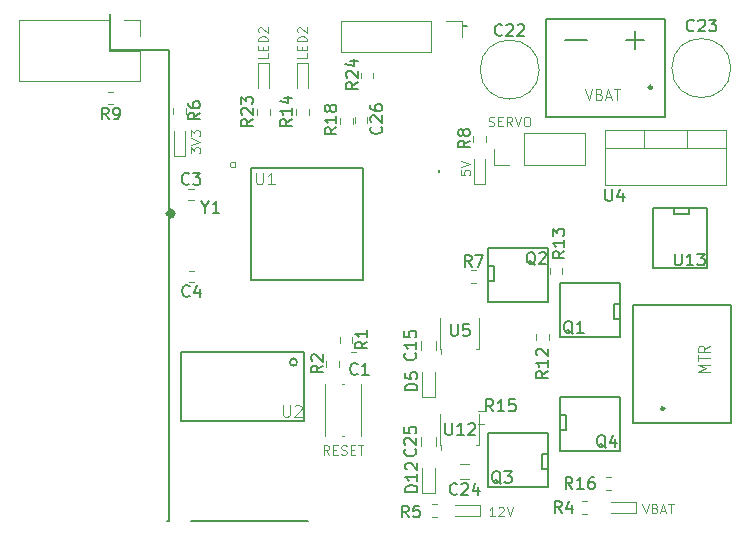
<source format=gto>
G04 #@! TF.FileFunction,Legend,Top*
%FSLAX46Y46*%
G04 Gerber Fmt 4.6, Leading zero omitted, Abs format (unit mm)*
G04 Created by KiCad (PCBNEW 4.0.7) date 06/27/18 11:47:53*
%MOMM*%
%LPD*%
G01*
G04 APERTURE LIST*
%ADD10C,0.100000*%
%ADD11C,0.200000*%
%ADD12C,0.120000*%
%ADD13C,0.203200*%
%ADD14C,0.070000*%
%ADD15C,0.150000*%
%ADD16C,0.152400*%
%ADD17C,0.500000*%
%ADD18C,0.127000*%
%ADD19C,0.280000*%
%ADD20C,0.050000*%
G04 APERTURE END LIST*
D10*
D11*
X130175000Y-76073000D02*
X130048000Y-76073000D01*
X130429000Y-76073000D02*
X130175000Y-76073000D01*
X105156000Y-117983000D02*
X105029000Y-117983000D01*
X105156000Y-78105000D02*
X105156000Y-117983000D01*
X100203000Y-78105000D02*
X105156000Y-78105000D01*
X100203000Y-75057000D02*
X100203000Y-78105000D01*
X138684000Y-77216000D02*
X140589000Y-77216000D01*
X144653000Y-77216000D02*
X143891000Y-77216000D01*
X144653000Y-77216000D02*
X145415000Y-77216000D01*
X144653000Y-76454000D02*
X144653000Y-77978000D01*
D10*
X107003905Y-86842476D02*
X107003905Y-86347238D01*
X107308667Y-86613905D01*
X107308667Y-86499619D01*
X107346762Y-86423429D01*
X107384857Y-86385333D01*
X107461048Y-86347238D01*
X107651524Y-86347238D01*
X107727714Y-86385333D01*
X107765810Y-86423429D01*
X107803905Y-86499619D01*
X107803905Y-86728191D01*
X107765810Y-86804381D01*
X107727714Y-86842476D01*
X107003905Y-86118667D02*
X107803905Y-85852000D01*
X107003905Y-85585333D01*
X107003905Y-85394857D02*
X107003905Y-84899619D01*
X107308667Y-85166286D01*
X107308667Y-85052000D01*
X107346762Y-84975810D01*
X107384857Y-84937714D01*
X107461048Y-84899619D01*
X107651524Y-84899619D01*
X107727714Y-84937714D01*
X107765810Y-84975810D01*
X107803905Y-85052000D01*
X107803905Y-85280572D01*
X107765810Y-85356762D01*
X107727714Y-85394857D01*
X145243714Y-116528905D02*
X145510381Y-117328905D01*
X145777048Y-116528905D01*
X146310381Y-116909857D02*
X146424667Y-116947952D01*
X146462762Y-116986048D01*
X146500857Y-117062238D01*
X146500857Y-117176524D01*
X146462762Y-117252714D01*
X146424667Y-117290810D01*
X146348476Y-117328905D01*
X146043714Y-117328905D01*
X146043714Y-116528905D01*
X146310381Y-116528905D01*
X146386571Y-116567000D01*
X146424667Y-116605095D01*
X146462762Y-116681286D01*
X146462762Y-116757476D01*
X146424667Y-116833667D01*
X146386571Y-116871762D01*
X146310381Y-116909857D01*
X146043714Y-116909857D01*
X146805619Y-117100333D02*
X147186571Y-117100333D01*
X146729428Y-117328905D02*
X146996095Y-116528905D01*
X147262762Y-117328905D01*
X147415142Y-116528905D02*
X147872285Y-116528905D01*
X147643714Y-117328905D02*
X147643714Y-116528905D01*
X132232619Y-84524810D02*
X132346905Y-84562905D01*
X132537381Y-84562905D01*
X132613571Y-84524810D01*
X132651667Y-84486714D01*
X132689762Y-84410524D01*
X132689762Y-84334333D01*
X132651667Y-84258143D01*
X132613571Y-84220048D01*
X132537381Y-84181952D01*
X132385000Y-84143857D01*
X132308809Y-84105762D01*
X132270714Y-84067667D01*
X132232619Y-83991476D01*
X132232619Y-83915286D01*
X132270714Y-83839095D01*
X132308809Y-83801000D01*
X132385000Y-83762905D01*
X132575476Y-83762905D01*
X132689762Y-83801000D01*
X133032619Y-84143857D02*
X133299286Y-84143857D01*
X133413572Y-84562905D02*
X133032619Y-84562905D01*
X133032619Y-83762905D01*
X133413572Y-83762905D01*
X134213572Y-84562905D02*
X133946905Y-84181952D01*
X133756429Y-84562905D02*
X133756429Y-83762905D01*
X134061191Y-83762905D01*
X134137382Y-83801000D01*
X134175477Y-83839095D01*
X134213572Y-83915286D01*
X134213572Y-84029571D01*
X134175477Y-84105762D01*
X134137382Y-84143857D01*
X134061191Y-84181952D01*
X133756429Y-84181952D01*
X134442143Y-83762905D02*
X134708810Y-84562905D01*
X134975477Y-83762905D01*
X135394524Y-83762905D02*
X135546905Y-83762905D01*
X135623096Y-83801000D01*
X135699286Y-83877190D01*
X135737381Y-84029571D01*
X135737381Y-84296238D01*
X135699286Y-84448619D01*
X135623096Y-84524810D01*
X135546905Y-84562905D01*
X135394524Y-84562905D01*
X135318334Y-84524810D01*
X135242143Y-84448619D01*
X135204048Y-84296238D01*
X135204048Y-84029571D01*
X135242143Y-83877190D01*
X135318334Y-83801000D01*
X135394524Y-83762905D01*
X129863905Y-88290380D02*
X129863905Y-88671333D01*
X130244857Y-88709428D01*
X130206762Y-88671333D01*
X130168667Y-88595142D01*
X130168667Y-88404666D01*
X130206762Y-88328476D01*
X130244857Y-88290380D01*
X130321048Y-88252285D01*
X130511524Y-88252285D01*
X130587714Y-88290380D01*
X130625810Y-88328476D01*
X130663905Y-88404666D01*
X130663905Y-88595142D01*
X130625810Y-88671333D01*
X130587714Y-88709428D01*
X129863905Y-88023714D02*
X130663905Y-87757047D01*
X129863905Y-87490380D01*
X116820905Y-78365238D02*
X116820905Y-78746191D01*
X116020905Y-78746191D01*
X116401857Y-78098572D02*
X116401857Y-77831905D01*
X116820905Y-77717619D02*
X116820905Y-78098572D01*
X116020905Y-78098572D01*
X116020905Y-77717619D01*
X116820905Y-77374762D02*
X116020905Y-77374762D01*
X116020905Y-77184286D01*
X116059000Y-77070000D01*
X116135190Y-76993809D01*
X116211381Y-76955714D01*
X116363762Y-76917619D01*
X116478048Y-76917619D01*
X116630429Y-76955714D01*
X116706619Y-76993809D01*
X116782810Y-77070000D01*
X116820905Y-77184286D01*
X116820905Y-77374762D01*
X116097095Y-76612857D02*
X116059000Y-76574762D01*
X116020905Y-76498571D01*
X116020905Y-76308095D01*
X116059000Y-76231905D01*
X116097095Y-76193809D01*
X116173286Y-76155714D01*
X116249476Y-76155714D01*
X116363762Y-76193809D01*
X116820905Y-76650952D01*
X116820905Y-76155714D01*
X113518905Y-78365238D02*
X113518905Y-78746191D01*
X112718905Y-78746191D01*
X113099857Y-78098572D02*
X113099857Y-77831905D01*
X113518905Y-77717619D02*
X113518905Y-78098572D01*
X112718905Y-78098572D01*
X112718905Y-77717619D01*
X113518905Y-77374762D02*
X112718905Y-77374762D01*
X112718905Y-77184286D01*
X112757000Y-77070000D01*
X112833190Y-76993809D01*
X112909381Y-76955714D01*
X113061762Y-76917619D01*
X113176048Y-76917619D01*
X113328429Y-76955714D01*
X113404619Y-76993809D01*
X113480810Y-77070000D01*
X113518905Y-77184286D01*
X113518905Y-77374762D01*
X112795095Y-76612857D02*
X112757000Y-76574762D01*
X112718905Y-76498571D01*
X112718905Y-76308095D01*
X112757000Y-76231905D01*
X112795095Y-76193809D01*
X112871286Y-76155714D01*
X112947476Y-76155714D01*
X113061762Y-76193809D01*
X113518905Y-76650952D01*
X113518905Y-76155714D01*
X118726095Y-112375905D02*
X118459428Y-111994952D01*
X118268952Y-112375905D02*
X118268952Y-111575905D01*
X118573714Y-111575905D01*
X118649905Y-111614000D01*
X118688000Y-111652095D01*
X118726095Y-111728286D01*
X118726095Y-111842571D01*
X118688000Y-111918762D01*
X118649905Y-111956857D01*
X118573714Y-111994952D01*
X118268952Y-111994952D01*
X119068952Y-111956857D02*
X119335619Y-111956857D01*
X119449905Y-112375905D02*
X119068952Y-112375905D01*
X119068952Y-111575905D01*
X119449905Y-111575905D01*
X119754667Y-112337810D02*
X119868953Y-112375905D01*
X120059429Y-112375905D01*
X120135619Y-112337810D01*
X120173715Y-112299714D01*
X120211810Y-112223524D01*
X120211810Y-112147333D01*
X120173715Y-112071143D01*
X120135619Y-112033048D01*
X120059429Y-111994952D01*
X119907048Y-111956857D01*
X119830857Y-111918762D01*
X119792762Y-111880667D01*
X119754667Y-111804476D01*
X119754667Y-111728286D01*
X119792762Y-111652095D01*
X119830857Y-111614000D01*
X119907048Y-111575905D01*
X120097524Y-111575905D01*
X120211810Y-111614000D01*
X120554667Y-111956857D02*
X120821334Y-111956857D01*
X120935620Y-112375905D02*
X120554667Y-112375905D01*
X120554667Y-111575905D01*
X120935620Y-111575905D01*
X121164191Y-111575905D02*
X121621334Y-111575905D01*
X121392763Y-112375905D02*
X121392763Y-111575905D01*
X132753162Y-117582905D02*
X132296019Y-117582905D01*
X132524590Y-117582905D02*
X132524590Y-116782905D01*
X132448400Y-116897190D01*
X132372209Y-116973381D01*
X132296019Y-117011476D01*
X133057924Y-116859095D02*
X133096019Y-116821000D01*
X133172210Y-116782905D01*
X133362686Y-116782905D01*
X133438876Y-116821000D01*
X133476972Y-116859095D01*
X133515067Y-116935286D01*
X133515067Y-117011476D01*
X133476972Y-117125762D01*
X133019829Y-117582905D01*
X133515067Y-117582905D01*
X133743638Y-116782905D02*
X134010305Y-117582905D01*
X134276972Y-116782905D01*
D11*
X128016000Y-88392000D02*
X128016000Y-88265000D01*
D12*
X127727000Y-110902000D02*
X127727000Y-111602000D01*
X126527000Y-111602000D02*
X126527000Y-110902000D01*
D13*
X121550000Y-88117000D02*
X121550000Y-97547000D01*
X121550000Y-97547000D02*
X112130000Y-97547000D01*
X112130000Y-97547000D02*
X112130000Y-88117000D01*
X112130000Y-88117000D02*
X121550000Y-88117000D01*
D10*
X110844000Y-87837000D02*
G75*
G03X110844000Y-87837000I-254000J0D01*
G01*
D12*
X142073000Y-84883000D02*
X152313000Y-84883000D01*
X142073000Y-89524000D02*
X152313000Y-89524000D01*
X142073000Y-84883000D02*
X142073000Y-89524000D01*
X152313000Y-84883000D02*
X152313000Y-89524000D01*
X142073000Y-86393000D02*
X152313000Y-86393000D01*
X145343000Y-84883000D02*
X145343000Y-86393000D01*
X149044000Y-84883000D02*
X149044000Y-86393000D01*
D14*
X152725000Y-79629000D02*
G75*
G03X152725000Y-79629000I-2500000J0D01*
G01*
D15*
X137287000Y-115062000D02*
X132207000Y-115062000D01*
X132207000Y-115062000D02*
X132207000Y-110490000D01*
X132207000Y-110490000D02*
X137287000Y-110490000D01*
X137287000Y-110490000D02*
X137287000Y-115062000D01*
X137287000Y-113538000D02*
X136779000Y-113538000D01*
X136779000Y-113538000D02*
X136779000Y-112268000D01*
X136779000Y-112268000D02*
X137287000Y-112268000D01*
D12*
X131375000Y-103408000D02*
X131175000Y-103408000D01*
X128186000Y-103408000D02*
X128186000Y-103808000D01*
X128086000Y-103408000D02*
X128186000Y-103408000D01*
X128086000Y-100808000D02*
X128086000Y-103408000D01*
X131375000Y-103408000D02*
X131375000Y-100808000D01*
X121027000Y-103670000D02*
X120527000Y-103670000D01*
X120527000Y-104610000D02*
X121027000Y-104610000D01*
X107260200Y-89852400D02*
X106760200Y-89852400D01*
X106760200Y-90792400D02*
X107260200Y-90792400D01*
X107311000Y-96812000D02*
X106811000Y-96812000D01*
X106811000Y-97752000D02*
X107311000Y-97752000D01*
X127727000Y-102774000D02*
X127727000Y-103474000D01*
X126527000Y-103474000D02*
X126527000Y-102774000D01*
D14*
X136501000Y-79756000D02*
G75*
G03X136501000Y-79756000I-2500000J0D01*
G01*
D12*
X130525000Y-114392000D02*
X129825000Y-114392000D01*
X129825000Y-113192000D02*
X130525000Y-113192000D01*
X120942000Y-83760500D02*
X120942000Y-84260500D01*
X121882000Y-84260500D02*
X121882000Y-83760500D01*
X144683000Y-117340000D02*
X144683000Y-116340000D01*
X144683000Y-116340000D02*
X142583000Y-116340000D01*
X144683000Y-117340000D02*
X142583000Y-117340000D01*
X131475000Y-117594000D02*
X131475000Y-116594000D01*
X131475000Y-116594000D02*
X129375000Y-116594000D01*
X131475000Y-117594000D02*
X129375000Y-117594000D01*
X105545000Y-87075800D02*
X106545000Y-87075800D01*
X106545000Y-87075800D02*
X106545000Y-84975800D01*
X105545000Y-87075800D02*
X105545000Y-84975800D01*
X130945000Y-89438000D02*
X131945000Y-89438000D01*
X131945000Y-89438000D02*
X131945000Y-87338000D01*
X130945000Y-89438000D02*
X130945000Y-87338000D01*
X126557000Y-107472000D02*
X127697000Y-107472000D01*
X127697000Y-107472000D02*
X127697000Y-105372000D01*
X126557000Y-107472000D02*
X126557000Y-105372000D01*
X126557000Y-115600000D02*
X127697000Y-115600000D01*
X127697000Y-115600000D02*
X127697000Y-113500000D01*
X126557000Y-115600000D02*
X126557000Y-113500000D01*
D15*
X116890800Y-117944900D02*
X106984800Y-117944900D01*
X143383000Y-102362000D02*
X138303000Y-102362000D01*
X138303000Y-102362000D02*
X138303000Y-97790000D01*
X138303000Y-97790000D02*
X143383000Y-97790000D01*
X143383000Y-97790000D02*
X143383000Y-102362000D01*
X143383000Y-100838000D02*
X142875000Y-100838000D01*
X142875000Y-100838000D02*
X142875000Y-99568000D01*
X142875000Y-99568000D02*
X143383000Y-99568000D01*
X132207000Y-94869000D02*
X137287000Y-94869000D01*
X137287000Y-94869000D02*
X137287000Y-99441000D01*
X137287000Y-99441000D02*
X132207000Y-99441000D01*
X132207000Y-99441000D02*
X132207000Y-94869000D01*
X132207000Y-96393000D02*
X132715000Y-96393000D01*
X132715000Y-96393000D02*
X132715000Y-97663000D01*
X132715000Y-97663000D02*
X132207000Y-97663000D01*
X138303000Y-107442000D02*
X143383000Y-107442000D01*
X143383000Y-107442000D02*
X143383000Y-112014000D01*
X143383000Y-112014000D02*
X138303000Y-112014000D01*
X138303000Y-112014000D02*
X138303000Y-107442000D01*
X138303000Y-108966000D02*
X138811000Y-108966000D01*
X138811000Y-108966000D02*
X138811000Y-110236000D01*
X138811000Y-110236000D02*
X138303000Y-110236000D01*
D12*
X120672000Y-102866000D02*
X120672000Y-102366000D01*
X119612000Y-102366000D02*
X119612000Y-102866000D01*
X119529000Y-104898000D02*
X119529000Y-104398000D01*
X118469000Y-104398000D02*
X118469000Y-104898000D01*
X140585000Y-116310000D02*
X140085000Y-116310000D01*
X140085000Y-117370000D02*
X140585000Y-117370000D01*
X127885000Y-116564000D02*
X127385000Y-116564000D01*
X127385000Y-117624000D02*
X127885000Y-117624000D01*
X106575000Y-83485800D02*
X106575000Y-82985800D01*
X105515000Y-82985800D02*
X105515000Y-83485800D01*
X130687000Y-97812000D02*
X131187000Y-97812000D01*
X131187000Y-96752000D02*
X130687000Y-96752000D01*
X131975000Y-85848000D02*
X131975000Y-85348000D01*
X130915000Y-85348000D02*
X130915000Y-85848000D01*
X137309000Y-102612000D02*
X137309000Y-102112000D01*
X136249000Y-102112000D02*
X136249000Y-102612000D01*
X138452000Y-97024000D02*
X138452000Y-96524000D01*
X137392000Y-96524000D02*
X137392000Y-97024000D01*
X131822000Y-108690000D02*
X131322000Y-108690000D01*
X131322000Y-109750000D02*
X131822000Y-109750000D01*
X142617000Y-114278000D02*
X142117000Y-114278000D01*
X142117000Y-115338000D02*
X142617000Y-115338000D01*
X119675500Y-83887500D02*
X119675500Y-84387500D01*
X120735500Y-84387500D02*
X120735500Y-83887500D01*
X119938000Y-106385000D02*
X119838000Y-106385000D01*
X121438000Y-110785000D02*
X121438000Y-106385000D01*
X118338000Y-106385000D02*
X118338000Y-110785000D01*
X119938000Y-110785000D02*
X119838000Y-110785000D01*
D16*
X116579000Y-109478000D02*
X106179000Y-109478000D01*
X106179000Y-109478000D02*
X106179000Y-103628000D01*
X106179000Y-103628000D02*
X116579000Y-103628000D01*
X116579000Y-103628000D02*
X116579000Y-109478000D01*
X116001800Y-104521000D02*
G75*
G03X116001800Y-104521000I-304800J0D01*
G01*
D12*
X131375000Y-111536000D02*
X131175000Y-111536000D01*
X128186000Y-111536000D02*
X128186000Y-111936000D01*
X128086000Y-111536000D02*
X128186000Y-111536000D01*
X128086000Y-108936000D02*
X128086000Y-111536000D01*
X131375000Y-111536000D02*
X131375000Y-108936000D01*
D15*
X150749000Y-91440000D02*
X150749000Y-96520000D01*
X150749000Y-96520000D02*
X146177000Y-96520000D01*
X146177000Y-96520000D02*
X146177000Y-91440000D01*
X146177000Y-91440000D02*
X150749000Y-91440000D01*
X149225000Y-91440000D02*
X149225000Y-91948000D01*
X149225000Y-91948000D02*
X147955000Y-91948000D01*
X147955000Y-91948000D02*
X147955000Y-91440000D01*
D17*
X105462605Y-91948000D02*
G75*
G03X105462605Y-91948000I-179605J0D01*
G01*
D12*
X119701000Y-75632000D02*
X119701000Y-78292000D01*
X127381000Y-75632000D02*
X119701000Y-75632000D01*
X127381000Y-78292000D02*
X119701000Y-78292000D01*
X127381000Y-75632000D02*
X127381000Y-78292000D01*
X128651000Y-75632000D02*
X129981000Y-75632000D01*
X129981000Y-75632000D02*
X129981000Y-76962000D01*
D18*
X147113000Y-83756000D02*
X137113000Y-83756000D01*
X137113000Y-83756000D02*
X137113000Y-75456000D01*
X137113000Y-75456000D02*
X147113000Y-75456000D01*
X147113000Y-75456000D02*
X147113000Y-83756000D01*
D19*
X146053000Y-81256000D02*
G75*
G03X146053000Y-81256000I-140000J0D01*
G01*
D18*
X144463000Y-109648000D02*
X144463000Y-99648000D01*
X144463000Y-99648000D02*
X152763000Y-99648000D01*
X152763000Y-99648000D02*
X152763000Y-109648000D01*
X152763000Y-109648000D02*
X144463000Y-109648000D01*
D19*
X147103000Y-108448000D02*
G75*
G03X147103000Y-108448000I-140000J0D01*
G01*
D12*
X140395000Y-87817000D02*
X140395000Y-85157000D01*
X135255000Y-87817000D02*
X140395000Y-87817000D01*
X135255000Y-85157000D02*
X140395000Y-85157000D01*
X135255000Y-87817000D02*
X135255000Y-85157000D01*
X133985000Y-87817000D02*
X132655000Y-87817000D01*
X132655000Y-87817000D02*
X132655000Y-86487000D01*
X99953000Y-82699000D02*
X100453000Y-82699000D01*
X100453000Y-81639000D02*
X99953000Y-81639000D01*
X92421400Y-75555800D02*
X92421400Y-80755800D01*
X100101400Y-75555800D02*
X92421400Y-75555800D01*
X102701400Y-80755800D02*
X92421400Y-80755800D01*
X100101400Y-75555800D02*
X100101400Y-78155800D01*
X100101400Y-78155800D02*
X102701400Y-78155800D01*
X102701400Y-78155800D02*
X102701400Y-80755800D01*
X101371400Y-75555800D02*
X102701400Y-75555800D01*
X102701400Y-75555800D02*
X102701400Y-76885800D01*
X116959000Y-79218000D02*
X115959000Y-79218000D01*
X115959000Y-79218000D02*
X115959000Y-81318000D01*
X116959000Y-79218000D02*
X116959000Y-81318000D01*
X113657000Y-79218000D02*
X112657000Y-79218000D01*
X112657000Y-79218000D02*
X112657000Y-81318000D01*
X113657000Y-79218000D02*
X113657000Y-81318000D01*
X115929000Y-83062000D02*
X115929000Y-83562000D01*
X116989000Y-83562000D02*
X116989000Y-83062000D01*
X112627000Y-83062000D02*
X112627000Y-83562000D01*
X113687000Y-83562000D02*
X113687000Y-83062000D01*
X122434760Y-80503840D02*
X122434760Y-80003840D01*
X121374760Y-80003840D02*
X121374760Y-80503840D01*
D15*
X125984143Y-111894857D02*
X126031762Y-111942476D01*
X126079381Y-112085333D01*
X126079381Y-112180571D01*
X126031762Y-112323429D01*
X125936524Y-112418667D01*
X125841286Y-112466286D01*
X125650810Y-112513905D01*
X125507952Y-112513905D01*
X125317476Y-112466286D01*
X125222238Y-112418667D01*
X125127000Y-112323429D01*
X125079381Y-112180571D01*
X125079381Y-112085333D01*
X125127000Y-111942476D01*
X125174619Y-111894857D01*
X125174619Y-111513905D02*
X125127000Y-111466286D01*
X125079381Y-111371048D01*
X125079381Y-111132952D01*
X125127000Y-111037714D01*
X125174619Y-110990095D01*
X125269857Y-110942476D01*
X125365095Y-110942476D01*
X125507952Y-110990095D01*
X126079381Y-111561524D01*
X126079381Y-110942476D01*
X125079381Y-110037714D02*
X125079381Y-110513905D01*
X125555571Y-110561524D01*
X125507952Y-110513905D01*
X125460333Y-110418667D01*
X125460333Y-110180571D01*
X125507952Y-110085333D01*
X125555571Y-110037714D01*
X125650810Y-109990095D01*
X125888905Y-109990095D01*
X125984143Y-110037714D01*
X126031762Y-110085333D01*
X126079381Y-110180571D01*
X126079381Y-110418667D01*
X126031762Y-110513905D01*
X125984143Y-110561524D01*
D20*
X112522080Y-88479370D02*
X112522080Y-89288910D01*
X112569700Y-89384150D01*
X112617320Y-89431770D01*
X112712560Y-89479390D01*
X112903040Y-89479390D01*
X112998280Y-89431770D01*
X113045900Y-89384150D01*
X113093520Y-89288910D01*
X113093520Y-88479370D01*
X114093540Y-89479390D02*
X113522100Y-89479390D01*
X113807820Y-89479390D02*
X113807820Y-88479370D01*
X113712580Y-88622230D01*
X113617340Y-88717470D01*
X113522100Y-88765090D01*
D15*
X142113095Y-89876381D02*
X142113095Y-90685905D01*
X142160714Y-90781143D01*
X142208333Y-90828762D01*
X142303571Y-90876381D01*
X142494048Y-90876381D01*
X142589286Y-90828762D01*
X142636905Y-90781143D01*
X142684524Y-90685905D01*
X142684524Y-89876381D01*
X143589286Y-90209714D02*
X143589286Y-90876381D01*
X143351190Y-89828762D02*
X143113095Y-90543048D01*
X143732143Y-90543048D01*
X149598143Y-76430143D02*
X149550524Y-76477762D01*
X149407667Y-76525381D01*
X149312429Y-76525381D01*
X149169571Y-76477762D01*
X149074333Y-76382524D01*
X149026714Y-76287286D01*
X148979095Y-76096810D01*
X148979095Y-75953952D01*
X149026714Y-75763476D01*
X149074333Y-75668238D01*
X149169571Y-75573000D01*
X149312429Y-75525381D01*
X149407667Y-75525381D01*
X149550524Y-75573000D01*
X149598143Y-75620619D01*
X149979095Y-75620619D02*
X150026714Y-75573000D01*
X150121952Y-75525381D01*
X150360048Y-75525381D01*
X150455286Y-75573000D01*
X150502905Y-75620619D01*
X150550524Y-75715857D01*
X150550524Y-75811095D01*
X150502905Y-75953952D01*
X149931476Y-76525381D01*
X150550524Y-76525381D01*
X150883857Y-75525381D02*
X151502905Y-75525381D01*
X151169571Y-75906333D01*
X151312429Y-75906333D01*
X151407667Y-75953952D01*
X151455286Y-76001571D01*
X151502905Y-76096810D01*
X151502905Y-76334905D01*
X151455286Y-76430143D01*
X151407667Y-76477762D01*
X151312429Y-76525381D01*
X151026714Y-76525381D01*
X150931476Y-76477762D01*
X150883857Y-76430143D01*
X133254762Y-114847619D02*
X133159524Y-114800000D01*
X133064286Y-114704762D01*
X132921429Y-114561905D01*
X132826190Y-114514286D01*
X132730952Y-114514286D01*
X132778571Y-114752381D02*
X132683333Y-114704762D01*
X132588095Y-114609524D01*
X132540476Y-114419048D01*
X132540476Y-114085714D01*
X132588095Y-113895238D01*
X132683333Y-113800000D01*
X132778571Y-113752381D01*
X132969048Y-113752381D01*
X133064286Y-113800000D01*
X133159524Y-113895238D01*
X133207143Y-114085714D01*
X133207143Y-114419048D01*
X133159524Y-114609524D01*
X133064286Y-114704762D01*
X132969048Y-114752381D01*
X132778571Y-114752381D01*
X133540476Y-113752381D02*
X134159524Y-113752381D01*
X133826190Y-114133333D01*
X133969048Y-114133333D01*
X134064286Y-114180952D01*
X134111905Y-114228571D01*
X134159524Y-114323810D01*
X134159524Y-114561905D01*
X134111905Y-114657143D01*
X134064286Y-114704762D01*
X133969048Y-114752381D01*
X133683333Y-114752381D01*
X133588095Y-114704762D01*
X133540476Y-114657143D01*
X129032095Y-101306381D02*
X129032095Y-102115905D01*
X129079714Y-102211143D01*
X129127333Y-102258762D01*
X129222571Y-102306381D01*
X129413048Y-102306381D01*
X129508286Y-102258762D01*
X129555905Y-102211143D01*
X129603524Y-102115905D01*
X129603524Y-101306381D01*
X130555905Y-101306381D02*
X130079714Y-101306381D01*
X130032095Y-101782571D01*
X130079714Y-101734952D01*
X130174952Y-101687333D01*
X130413048Y-101687333D01*
X130508286Y-101734952D01*
X130555905Y-101782571D01*
X130603524Y-101877810D01*
X130603524Y-102115905D01*
X130555905Y-102211143D01*
X130508286Y-102258762D01*
X130413048Y-102306381D01*
X130174952Y-102306381D01*
X130079714Y-102258762D01*
X130032095Y-102211143D01*
X121118334Y-105513143D02*
X121070715Y-105560762D01*
X120927858Y-105608381D01*
X120832620Y-105608381D01*
X120689762Y-105560762D01*
X120594524Y-105465524D01*
X120546905Y-105370286D01*
X120499286Y-105179810D01*
X120499286Y-105036952D01*
X120546905Y-104846476D01*
X120594524Y-104751238D01*
X120689762Y-104656000D01*
X120832620Y-104608381D01*
X120927858Y-104608381D01*
X121070715Y-104656000D01*
X121118334Y-104703619D01*
X122070715Y-105608381D02*
X121499286Y-105608381D01*
X121785000Y-105608381D02*
X121785000Y-104608381D01*
X121689762Y-104751238D01*
X121594524Y-104846476D01*
X121499286Y-104894095D01*
X106843534Y-89409543D02*
X106795915Y-89457162D01*
X106653058Y-89504781D01*
X106557820Y-89504781D01*
X106414962Y-89457162D01*
X106319724Y-89361924D01*
X106272105Y-89266686D01*
X106224486Y-89076210D01*
X106224486Y-88933352D01*
X106272105Y-88742876D01*
X106319724Y-88647638D01*
X106414962Y-88552400D01*
X106557820Y-88504781D01*
X106653058Y-88504781D01*
X106795915Y-88552400D01*
X106843534Y-88600019D01*
X107176867Y-88504781D02*
X107795915Y-88504781D01*
X107462581Y-88885733D01*
X107605439Y-88885733D01*
X107700677Y-88933352D01*
X107748296Y-88980971D01*
X107795915Y-89076210D01*
X107795915Y-89314305D01*
X107748296Y-89409543D01*
X107700677Y-89457162D01*
X107605439Y-89504781D01*
X107319724Y-89504781D01*
X107224486Y-89457162D01*
X107176867Y-89409543D01*
X106894334Y-98909143D02*
X106846715Y-98956762D01*
X106703858Y-99004381D01*
X106608620Y-99004381D01*
X106465762Y-98956762D01*
X106370524Y-98861524D01*
X106322905Y-98766286D01*
X106275286Y-98575810D01*
X106275286Y-98432952D01*
X106322905Y-98242476D01*
X106370524Y-98147238D01*
X106465762Y-98052000D01*
X106608620Y-98004381D01*
X106703858Y-98004381D01*
X106846715Y-98052000D01*
X106894334Y-98099619D01*
X107751477Y-98337714D02*
X107751477Y-99004381D01*
X107513381Y-97956762D02*
X107275286Y-98671048D01*
X107894334Y-98671048D01*
X125984143Y-103766857D02*
X126031762Y-103814476D01*
X126079381Y-103957333D01*
X126079381Y-104052571D01*
X126031762Y-104195429D01*
X125936524Y-104290667D01*
X125841286Y-104338286D01*
X125650810Y-104385905D01*
X125507952Y-104385905D01*
X125317476Y-104338286D01*
X125222238Y-104290667D01*
X125127000Y-104195429D01*
X125079381Y-104052571D01*
X125079381Y-103957333D01*
X125127000Y-103814476D01*
X125174619Y-103766857D01*
X126079381Y-102814476D02*
X126079381Y-103385905D01*
X126079381Y-103100191D02*
X125079381Y-103100191D01*
X125222238Y-103195429D01*
X125317476Y-103290667D01*
X125365095Y-103385905D01*
X125079381Y-101909714D02*
X125079381Y-102385905D01*
X125555571Y-102433524D01*
X125507952Y-102385905D01*
X125460333Y-102290667D01*
X125460333Y-102052571D01*
X125507952Y-101957333D01*
X125555571Y-101909714D01*
X125650810Y-101862095D01*
X125888905Y-101862095D01*
X125984143Y-101909714D01*
X126031762Y-101957333D01*
X126079381Y-102052571D01*
X126079381Y-102290667D01*
X126031762Y-102385905D01*
X125984143Y-102433524D01*
X133342143Y-76811143D02*
X133294524Y-76858762D01*
X133151667Y-76906381D01*
X133056429Y-76906381D01*
X132913571Y-76858762D01*
X132818333Y-76763524D01*
X132770714Y-76668286D01*
X132723095Y-76477810D01*
X132723095Y-76334952D01*
X132770714Y-76144476D01*
X132818333Y-76049238D01*
X132913571Y-75954000D01*
X133056429Y-75906381D01*
X133151667Y-75906381D01*
X133294524Y-75954000D01*
X133342143Y-76001619D01*
X133723095Y-76001619D02*
X133770714Y-75954000D01*
X133865952Y-75906381D01*
X134104048Y-75906381D01*
X134199286Y-75954000D01*
X134246905Y-76001619D01*
X134294524Y-76096857D01*
X134294524Y-76192095D01*
X134246905Y-76334952D01*
X133675476Y-76906381D01*
X134294524Y-76906381D01*
X134675476Y-76001619D02*
X134723095Y-75954000D01*
X134818333Y-75906381D01*
X135056429Y-75906381D01*
X135151667Y-75954000D01*
X135199286Y-76001619D01*
X135246905Y-76096857D01*
X135246905Y-76192095D01*
X135199286Y-76334952D01*
X134627857Y-76906381D01*
X135246905Y-76906381D01*
X129532143Y-115673143D02*
X129484524Y-115720762D01*
X129341667Y-115768381D01*
X129246429Y-115768381D01*
X129103571Y-115720762D01*
X129008333Y-115625524D01*
X128960714Y-115530286D01*
X128913095Y-115339810D01*
X128913095Y-115196952D01*
X128960714Y-115006476D01*
X129008333Y-114911238D01*
X129103571Y-114816000D01*
X129246429Y-114768381D01*
X129341667Y-114768381D01*
X129484524Y-114816000D01*
X129532143Y-114863619D01*
X129913095Y-114863619D02*
X129960714Y-114816000D01*
X130055952Y-114768381D01*
X130294048Y-114768381D01*
X130389286Y-114816000D01*
X130436905Y-114863619D01*
X130484524Y-114958857D01*
X130484524Y-115054095D01*
X130436905Y-115196952D01*
X129865476Y-115768381D01*
X130484524Y-115768381D01*
X131341667Y-115101714D02*
X131341667Y-115768381D01*
X131103571Y-114720762D02*
X130865476Y-115435048D01*
X131484524Y-115435048D01*
X123102643Y-84589857D02*
X123150262Y-84637476D01*
X123197881Y-84780333D01*
X123197881Y-84875571D01*
X123150262Y-85018429D01*
X123055024Y-85113667D01*
X122959786Y-85161286D01*
X122769310Y-85208905D01*
X122626452Y-85208905D01*
X122435976Y-85161286D01*
X122340738Y-85113667D01*
X122245500Y-85018429D01*
X122197881Y-84875571D01*
X122197881Y-84780333D01*
X122245500Y-84637476D01*
X122293119Y-84589857D01*
X122293119Y-84208905D02*
X122245500Y-84161286D01*
X122197881Y-84066048D01*
X122197881Y-83827952D01*
X122245500Y-83732714D01*
X122293119Y-83685095D01*
X122388357Y-83637476D01*
X122483595Y-83637476D01*
X122626452Y-83685095D01*
X123197881Y-84256524D01*
X123197881Y-83637476D01*
X122197881Y-82780333D02*
X122197881Y-82970810D01*
X122245500Y-83066048D01*
X122293119Y-83113667D01*
X122435976Y-83208905D01*
X122626452Y-83256524D01*
X123007405Y-83256524D01*
X123102643Y-83208905D01*
X123150262Y-83161286D01*
X123197881Y-83066048D01*
X123197881Y-82875571D01*
X123150262Y-82780333D01*
X123102643Y-82732714D01*
X123007405Y-82685095D01*
X122769310Y-82685095D01*
X122674071Y-82732714D01*
X122626452Y-82780333D01*
X122578833Y-82875571D01*
X122578833Y-83066048D01*
X122626452Y-83161286D01*
X122674071Y-83208905D01*
X122769310Y-83256524D01*
X126179381Y-106910095D02*
X125179381Y-106910095D01*
X125179381Y-106672000D01*
X125227000Y-106529142D01*
X125322238Y-106433904D01*
X125417476Y-106386285D01*
X125607952Y-106338666D01*
X125750810Y-106338666D01*
X125941286Y-106386285D01*
X126036524Y-106433904D01*
X126131762Y-106529142D01*
X126179381Y-106672000D01*
X126179381Y-106910095D01*
X125179381Y-105433904D02*
X125179381Y-105910095D01*
X125655571Y-105957714D01*
X125607952Y-105910095D01*
X125560333Y-105814857D01*
X125560333Y-105576761D01*
X125607952Y-105481523D01*
X125655571Y-105433904D01*
X125750810Y-105386285D01*
X125988905Y-105386285D01*
X126084143Y-105433904D01*
X126131762Y-105481523D01*
X126179381Y-105576761D01*
X126179381Y-105814857D01*
X126131762Y-105910095D01*
X126084143Y-105957714D01*
X126179381Y-115514286D02*
X125179381Y-115514286D01*
X125179381Y-115276191D01*
X125227000Y-115133333D01*
X125322238Y-115038095D01*
X125417476Y-114990476D01*
X125607952Y-114942857D01*
X125750810Y-114942857D01*
X125941286Y-114990476D01*
X126036524Y-115038095D01*
X126131762Y-115133333D01*
X126179381Y-115276191D01*
X126179381Y-115514286D01*
X126179381Y-113990476D02*
X126179381Y-114561905D01*
X126179381Y-114276191D02*
X125179381Y-114276191D01*
X125322238Y-114371429D01*
X125417476Y-114466667D01*
X125465095Y-114561905D01*
X125274619Y-113609524D02*
X125227000Y-113561905D01*
X125179381Y-113466667D01*
X125179381Y-113228571D01*
X125227000Y-113133333D01*
X125274619Y-113085714D01*
X125369857Y-113038095D01*
X125465095Y-113038095D01*
X125607952Y-113085714D01*
X126179381Y-113657143D01*
X126179381Y-113038095D01*
X139350762Y-102147619D02*
X139255524Y-102100000D01*
X139160286Y-102004762D01*
X139017429Y-101861905D01*
X138922190Y-101814286D01*
X138826952Y-101814286D01*
X138874571Y-102052381D02*
X138779333Y-102004762D01*
X138684095Y-101909524D01*
X138636476Y-101719048D01*
X138636476Y-101385714D01*
X138684095Y-101195238D01*
X138779333Y-101100000D01*
X138874571Y-101052381D01*
X139065048Y-101052381D01*
X139160286Y-101100000D01*
X139255524Y-101195238D01*
X139303143Y-101385714D01*
X139303143Y-101719048D01*
X139255524Y-101909524D01*
X139160286Y-102004762D01*
X139065048Y-102052381D01*
X138874571Y-102052381D01*
X140255524Y-102052381D02*
X139684095Y-102052381D01*
X139969809Y-102052381D02*
X139969809Y-101052381D01*
X139874571Y-101195238D01*
X139779333Y-101290476D01*
X139684095Y-101338095D01*
X136175762Y-96305619D02*
X136080524Y-96258000D01*
X135985286Y-96162762D01*
X135842429Y-96019905D01*
X135747190Y-95972286D01*
X135651952Y-95972286D01*
X135699571Y-96210381D02*
X135604333Y-96162762D01*
X135509095Y-96067524D01*
X135461476Y-95877048D01*
X135461476Y-95543714D01*
X135509095Y-95353238D01*
X135604333Y-95258000D01*
X135699571Y-95210381D01*
X135890048Y-95210381D01*
X135985286Y-95258000D01*
X136080524Y-95353238D01*
X136128143Y-95543714D01*
X136128143Y-95877048D01*
X136080524Y-96067524D01*
X135985286Y-96162762D01*
X135890048Y-96210381D01*
X135699571Y-96210381D01*
X136509095Y-95305619D02*
X136556714Y-95258000D01*
X136651952Y-95210381D01*
X136890048Y-95210381D01*
X136985286Y-95258000D01*
X137032905Y-95305619D01*
X137080524Y-95400857D01*
X137080524Y-95496095D01*
X137032905Y-95638952D01*
X136461476Y-96210381D01*
X137080524Y-96210381D01*
X142144762Y-111799619D02*
X142049524Y-111752000D01*
X141954286Y-111656762D01*
X141811429Y-111513905D01*
X141716190Y-111466286D01*
X141620952Y-111466286D01*
X141668571Y-111704381D02*
X141573333Y-111656762D01*
X141478095Y-111561524D01*
X141430476Y-111371048D01*
X141430476Y-111037714D01*
X141478095Y-110847238D01*
X141573333Y-110752000D01*
X141668571Y-110704381D01*
X141859048Y-110704381D01*
X141954286Y-110752000D01*
X142049524Y-110847238D01*
X142097143Y-111037714D01*
X142097143Y-111371048D01*
X142049524Y-111561524D01*
X141954286Y-111656762D01*
X141859048Y-111704381D01*
X141668571Y-111704381D01*
X142954286Y-111037714D02*
X142954286Y-111704381D01*
X142716190Y-110656762D02*
X142478095Y-111371048D01*
X143097143Y-111371048D01*
X121944381Y-102782666D02*
X121468190Y-103116000D01*
X121944381Y-103354095D02*
X120944381Y-103354095D01*
X120944381Y-102973142D01*
X120992000Y-102877904D01*
X121039619Y-102830285D01*
X121134857Y-102782666D01*
X121277714Y-102782666D01*
X121372952Y-102830285D01*
X121420571Y-102877904D01*
X121468190Y-102973142D01*
X121468190Y-103354095D01*
X121944381Y-101830285D02*
X121944381Y-102401714D01*
X121944381Y-102116000D02*
X120944381Y-102116000D01*
X121087238Y-102211238D01*
X121182476Y-102306476D01*
X121230095Y-102401714D01*
X118181381Y-104814666D02*
X117705190Y-105148000D01*
X118181381Y-105386095D02*
X117181381Y-105386095D01*
X117181381Y-105005142D01*
X117229000Y-104909904D01*
X117276619Y-104862285D01*
X117371857Y-104814666D01*
X117514714Y-104814666D01*
X117609952Y-104862285D01*
X117657571Y-104909904D01*
X117705190Y-105005142D01*
X117705190Y-105386095D01*
X117276619Y-104433714D02*
X117229000Y-104386095D01*
X117181381Y-104290857D01*
X117181381Y-104052761D01*
X117229000Y-103957523D01*
X117276619Y-103909904D01*
X117371857Y-103862285D01*
X117467095Y-103862285D01*
X117609952Y-103909904D01*
X118181381Y-104481333D01*
X118181381Y-103862285D01*
X138390334Y-117292381D02*
X138057000Y-116816190D01*
X137818905Y-117292381D02*
X137818905Y-116292381D01*
X138199858Y-116292381D01*
X138295096Y-116340000D01*
X138342715Y-116387619D01*
X138390334Y-116482857D01*
X138390334Y-116625714D01*
X138342715Y-116720952D01*
X138295096Y-116768571D01*
X138199858Y-116816190D01*
X137818905Y-116816190D01*
X139247477Y-116625714D02*
X139247477Y-117292381D01*
X139009381Y-116244762D02*
X138771286Y-116959048D01*
X139390334Y-116959048D01*
X125436334Y-117673381D02*
X125103000Y-117197190D01*
X124864905Y-117673381D02*
X124864905Y-116673381D01*
X125245858Y-116673381D01*
X125341096Y-116721000D01*
X125388715Y-116768619D01*
X125436334Y-116863857D01*
X125436334Y-117006714D01*
X125388715Y-117101952D01*
X125341096Y-117149571D01*
X125245858Y-117197190D01*
X124864905Y-117197190D01*
X126341096Y-116673381D02*
X125864905Y-116673381D01*
X125817286Y-117149571D01*
X125864905Y-117101952D01*
X125960143Y-117054333D01*
X126198239Y-117054333D01*
X126293477Y-117101952D01*
X126341096Y-117149571D01*
X126388715Y-117244810D01*
X126388715Y-117482905D01*
X126341096Y-117578143D01*
X126293477Y-117625762D01*
X126198239Y-117673381D01*
X125960143Y-117673381D01*
X125864905Y-117625762D01*
X125817286Y-117578143D01*
X107767381Y-83402466D02*
X107291190Y-83735800D01*
X107767381Y-83973895D02*
X106767381Y-83973895D01*
X106767381Y-83592942D01*
X106815000Y-83497704D01*
X106862619Y-83450085D01*
X106957857Y-83402466D01*
X107100714Y-83402466D01*
X107195952Y-83450085D01*
X107243571Y-83497704D01*
X107291190Y-83592942D01*
X107291190Y-83973895D01*
X106767381Y-82545323D02*
X106767381Y-82735800D01*
X106815000Y-82831038D01*
X106862619Y-82878657D01*
X107005476Y-82973895D01*
X107195952Y-83021514D01*
X107576905Y-83021514D01*
X107672143Y-82973895D01*
X107719762Y-82926276D01*
X107767381Y-82831038D01*
X107767381Y-82640561D01*
X107719762Y-82545323D01*
X107672143Y-82497704D01*
X107576905Y-82450085D01*
X107338810Y-82450085D01*
X107243571Y-82497704D01*
X107195952Y-82545323D01*
X107148333Y-82640561D01*
X107148333Y-82831038D01*
X107195952Y-82926276D01*
X107243571Y-82973895D01*
X107338810Y-83021514D01*
X130770334Y-96464381D02*
X130437000Y-95988190D01*
X130198905Y-96464381D02*
X130198905Y-95464381D01*
X130579858Y-95464381D01*
X130675096Y-95512000D01*
X130722715Y-95559619D01*
X130770334Y-95654857D01*
X130770334Y-95797714D01*
X130722715Y-95892952D01*
X130675096Y-95940571D01*
X130579858Y-95988190D01*
X130198905Y-95988190D01*
X131103667Y-95464381D02*
X131770334Y-95464381D01*
X131341762Y-96464381D01*
X130627381Y-85764666D02*
X130151190Y-86098000D01*
X130627381Y-86336095D02*
X129627381Y-86336095D01*
X129627381Y-85955142D01*
X129675000Y-85859904D01*
X129722619Y-85812285D01*
X129817857Y-85764666D01*
X129960714Y-85764666D01*
X130055952Y-85812285D01*
X130103571Y-85859904D01*
X130151190Y-85955142D01*
X130151190Y-86336095D01*
X130055952Y-85193238D02*
X130008333Y-85288476D01*
X129960714Y-85336095D01*
X129865476Y-85383714D01*
X129817857Y-85383714D01*
X129722619Y-85336095D01*
X129675000Y-85288476D01*
X129627381Y-85193238D01*
X129627381Y-85002761D01*
X129675000Y-84907523D01*
X129722619Y-84859904D01*
X129817857Y-84812285D01*
X129865476Y-84812285D01*
X129960714Y-84859904D01*
X130008333Y-84907523D01*
X130055952Y-85002761D01*
X130055952Y-85193238D01*
X130103571Y-85288476D01*
X130151190Y-85336095D01*
X130246429Y-85383714D01*
X130436905Y-85383714D01*
X130532143Y-85336095D01*
X130579762Y-85288476D01*
X130627381Y-85193238D01*
X130627381Y-85002761D01*
X130579762Y-84907523D01*
X130532143Y-84859904D01*
X130436905Y-84812285D01*
X130246429Y-84812285D01*
X130151190Y-84859904D01*
X130103571Y-84907523D01*
X130055952Y-85002761D01*
X137231381Y-105290857D02*
X136755190Y-105624191D01*
X137231381Y-105862286D02*
X136231381Y-105862286D01*
X136231381Y-105481333D01*
X136279000Y-105386095D01*
X136326619Y-105338476D01*
X136421857Y-105290857D01*
X136564714Y-105290857D01*
X136659952Y-105338476D01*
X136707571Y-105386095D01*
X136755190Y-105481333D01*
X136755190Y-105862286D01*
X137231381Y-104338476D02*
X137231381Y-104909905D01*
X137231381Y-104624191D02*
X136231381Y-104624191D01*
X136374238Y-104719429D01*
X136469476Y-104814667D01*
X136517095Y-104909905D01*
X136326619Y-103957524D02*
X136279000Y-103909905D01*
X136231381Y-103814667D01*
X136231381Y-103576571D01*
X136279000Y-103481333D01*
X136326619Y-103433714D01*
X136421857Y-103386095D01*
X136517095Y-103386095D01*
X136659952Y-103433714D01*
X137231381Y-104005143D01*
X137231381Y-103386095D01*
X138628381Y-95130857D02*
X138152190Y-95464191D01*
X138628381Y-95702286D02*
X137628381Y-95702286D01*
X137628381Y-95321333D01*
X137676000Y-95226095D01*
X137723619Y-95178476D01*
X137818857Y-95130857D01*
X137961714Y-95130857D01*
X138056952Y-95178476D01*
X138104571Y-95226095D01*
X138152190Y-95321333D01*
X138152190Y-95702286D01*
X138628381Y-94178476D02*
X138628381Y-94749905D01*
X138628381Y-94464191D02*
X137628381Y-94464191D01*
X137771238Y-94559429D01*
X137866476Y-94654667D01*
X137914095Y-94749905D01*
X137628381Y-93845143D02*
X137628381Y-93226095D01*
X138009333Y-93559429D01*
X138009333Y-93416571D01*
X138056952Y-93321333D01*
X138104571Y-93273714D01*
X138199810Y-93226095D01*
X138437905Y-93226095D01*
X138533143Y-93273714D01*
X138580762Y-93321333D01*
X138628381Y-93416571D01*
X138628381Y-93702286D01*
X138580762Y-93797524D01*
X138533143Y-93845143D01*
X132605543Y-108681781D02*
X132272209Y-108205590D01*
X132034114Y-108681781D02*
X132034114Y-107681781D01*
X132415067Y-107681781D01*
X132510305Y-107729400D01*
X132557924Y-107777019D01*
X132605543Y-107872257D01*
X132605543Y-108015114D01*
X132557924Y-108110352D01*
X132510305Y-108157971D01*
X132415067Y-108205590D01*
X132034114Y-108205590D01*
X133557924Y-108681781D02*
X132986495Y-108681781D01*
X133272209Y-108681781D02*
X133272209Y-107681781D01*
X133176971Y-107824638D01*
X133081733Y-107919876D01*
X132986495Y-107967495D01*
X134462686Y-107681781D02*
X133986495Y-107681781D01*
X133938876Y-108157971D01*
X133986495Y-108110352D01*
X134081733Y-108062733D01*
X134319829Y-108062733D01*
X134415067Y-108110352D01*
X134462686Y-108157971D01*
X134510305Y-108253210D01*
X134510305Y-108491305D01*
X134462686Y-108586543D01*
X134415067Y-108634162D01*
X134319829Y-108681781D01*
X134081733Y-108681781D01*
X133986495Y-108634162D01*
X133938876Y-108586543D01*
X139311143Y-115260381D02*
X138977809Y-114784190D01*
X138739714Y-115260381D02*
X138739714Y-114260381D01*
X139120667Y-114260381D01*
X139215905Y-114308000D01*
X139263524Y-114355619D01*
X139311143Y-114450857D01*
X139311143Y-114593714D01*
X139263524Y-114688952D01*
X139215905Y-114736571D01*
X139120667Y-114784190D01*
X138739714Y-114784190D01*
X140263524Y-115260381D02*
X139692095Y-115260381D01*
X139977809Y-115260381D02*
X139977809Y-114260381D01*
X139882571Y-114403238D01*
X139787333Y-114498476D01*
X139692095Y-114546095D01*
X141120667Y-114260381D02*
X140930190Y-114260381D01*
X140834952Y-114308000D01*
X140787333Y-114355619D01*
X140692095Y-114498476D01*
X140644476Y-114688952D01*
X140644476Y-115069905D01*
X140692095Y-115165143D01*
X140739714Y-115212762D01*
X140834952Y-115260381D01*
X141025429Y-115260381D01*
X141120667Y-115212762D01*
X141168286Y-115165143D01*
X141215905Y-115069905D01*
X141215905Y-114831810D01*
X141168286Y-114736571D01*
X141120667Y-114688952D01*
X141025429Y-114641333D01*
X140834952Y-114641333D01*
X140739714Y-114688952D01*
X140692095Y-114736571D01*
X140644476Y-114831810D01*
X119324381Y-84653357D02*
X118848190Y-84986691D01*
X119324381Y-85224786D02*
X118324381Y-85224786D01*
X118324381Y-84843833D01*
X118372000Y-84748595D01*
X118419619Y-84700976D01*
X118514857Y-84653357D01*
X118657714Y-84653357D01*
X118752952Y-84700976D01*
X118800571Y-84748595D01*
X118848190Y-84843833D01*
X118848190Y-85224786D01*
X119324381Y-83700976D02*
X119324381Y-84272405D01*
X119324381Y-83986691D02*
X118324381Y-83986691D01*
X118467238Y-84081929D01*
X118562476Y-84177167D01*
X118610095Y-84272405D01*
X118752952Y-83129548D02*
X118705333Y-83224786D01*
X118657714Y-83272405D01*
X118562476Y-83320024D01*
X118514857Y-83320024D01*
X118419619Y-83272405D01*
X118372000Y-83224786D01*
X118324381Y-83129548D01*
X118324381Y-82939071D01*
X118372000Y-82843833D01*
X118419619Y-82796214D01*
X118514857Y-82748595D01*
X118562476Y-82748595D01*
X118657714Y-82796214D01*
X118705333Y-82843833D01*
X118752952Y-82939071D01*
X118752952Y-83129548D01*
X118800571Y-83224786D01*
X118848190Y-83272405D01*
X118943429Y-83320024D01*
X119133905Y-83320024D01*
X119229143Y-83272405D01*
X119276762Y-83224786D01*
X119324381Y-83129548D01*
X119324381Y-82939071D01*
X119276762Y-82843833D01*
X119229143Y-82796214D01*
X119133905Y-82748595D01*
X118943429Y-82748595D01*
X118848190Y-82796214D01*
X118800571Y-82843833D01*
X118752952Y-82939071D01*
D20*
X114807280Y-108163795D02*
X114807280Y-108974185D01*
X114854950Y-109069525D01*
X114902620Y-109117195D01*
X114997960Y-109164865D01*
X115188640Y-109164865D01*
X115283980Y-109117195D01*
X115331650Y-109069525D01*
X115379320Y-108974185D01*
X115379320Y-108163795D01*
X115808350Y-108259135D02*
X115856020Y-108211465D01*
X115951360Y-108163795D01*
X116189710Y-108163795D01*
X116285050Y-108211465D01*
X116332720Y-108259135D01*
X116380390Y-108354475D01*
X116380390Y-108449815D01*
X116332720Y-108592825D01*
X115760680Y-109164865D01*
X116380390Y-109164865D01*
D15*
X128555905Y-109688381D02*
X128555905Y-110497905D01*
X128603524Y-110593143D01*
X128651143Y-110640762D01*
X128746381Y-110688381D01*
X128936858Y-110688381D01*
X129032096Y-110640762D01*
X129079715Y-110593143D01*
X129127334Y-110497905D01*
X129127334Y-109688381D01*
X130127334Y-110688381D02*
X129555905Y-110688381D01*
X129841619Y-110688381D02*
X129841619Y-109688381D01*
X129746381Y-109831238D01*
X129651143Y-109926476D01*
X129555905Y-109974095D01*
X130508286Y-109783619D02*
X130555905Y-109736000D01*
X130651143Y-109688381D01*
X130889239Y-109688381D01*
X130984477Y-109736000D01*
X131032096Y-109783619D01*
X131079715Y-109878857D01*
X131079715Y-109974095D01*
X131032096Y-110116952D01*
X130460667Y-110688381D01*
X131079715Y-110688381D01*
X147986905Y-95337381D02*
X147986905Y-96146905D01*
X148034524Y-96242143D01*
X148082143Y-96289762D01*
X148177381Y-96337381D01*
X148367858Y-96337381D01*
X148463096Y-96289762D01*
X148510715Y-96242143D01*
X148558334Y-96146905D01*
X148558334Y-95337381D01*
X149558334Y-96337381D02*
X148986905Y-96337381D01*
X149272619Y-96337381D02*
X149272619Y-95337381D01*
X149177381Y-95480238D01*
X149082143Y-95575476D01*
X148986905Y-95623095D01*
X149891667Y-95337381D02*
X150510715Y-95337381D01*
X150177381Y-95718333D01*
X150320239Y-95718333D01*
X150415477Y-95765952D01*
X150463096Y-95813571D01*
X150510715Y-95908810D01*
X150510715Y-96146905D01*
X150463096Y-96242143D01*
X150415477Y-96289762D01*
X150320239Y-96337381D01*
X150034524Y-96337381D01*
X149939286Y-96289762D01*
X149891667Y-96242143D01*
X108235809Y-91416190D02*
X108235809Y-91892381D01*
X107902476Y-90892381D02*
X108235809Y-91416190D01*
X108569143Y-90892381D01*
X109426286Y-91892381D02*
X108854857Y-91892381D01*
X109140571Y-91892381D02*
X109140571Y-90892381D01*
X109045333Y-91035238D01*
X108950095Y-91130476D01*
X108854857Y-91178095D01*
D20*
X140380428Y-81367381D02*
X140680428Y-82367381D01*
X140980428Y-81367381D01*
X141580429Y-81843571D02*
X141709000Y-81891190D01*
X141751857Y-81938810D01*
X141794714Y-82034048D01*
X141794714Y-82176905D01*
X141751857Y-82272143D01*
X141709000Y-82319762D01*
X141623286Y-82367381D01*
X141280429Y-82367381D01*
X141280429Y-81367381D01*
X141580429Y-81367381D01*
X141666143Y-81415000D01*
X141709000Y-81462619D01*
X141751857Y-81557857D01*
X141751857Y-81653095D01*
X141709000Y-81748333D01*
X141666143Y-81795952D01*
X141580429Y-81843571D01*
X141280429Y-81843571D01*
X142137572Y-82081667D02*
X142566143Y-82081667D01*
X142051857Y-82367381D02*
X142351857Y-81367381D01*
X142651857Y-82367381D01*
X142823286Y-81367381D02*
X143337572Y-81367381D01*
X143080429Y-82367381D02*
X143080429Y-81367381D01*
X150947381Y-105359856D02*
X149947381Y-105359856D01*
X150661667Y-105059856D01*
X149947381Y-104759856D01*
X150947381Y-104759856D01*
X149947381Y-104459857D02*
X149947381Y-103945571D01*
X150947381Y-104202714D02*
X149947381Y-104202714D01*
X150947381Y-103131286D02*
X150471190Y-103431286D01*
X150947381Y-103645571D02*
X149947381Y-103645571D01*
X149947381Y-103302714D01*
X149995000Y-103217000D01*
X150042619Y-103174143D01*
X150137857Y-103131286D01*
X150280714Y-103131286D01*
X150375952Y-103174143D01*
X150423571Y-103217000D01*
X150471190Y-103302714D01*
X150471190Y-103645571D01*
D15*
X100036334Y-83971381D02*
X99703000Y-83495190D01*
X99464905Y-83971381D02*
X99464905Y-82971381D01*
X99845858Y-82971381D01*
X99941096Y-83019000D01*
X99988715Y-83066619D01*
X100036334Y-83161857D01*
X100036334Y-83304714D01*
X99988715Y-83399952D01*
X99941096Y-83447571D01*
X99845858Y-83495190D01*
X99464905Y-83495190D01*
X100512524Y-83971381D02*
X100703000Y-83971381D01*
X100798239Y-83923762D01*
X100845858Y-83876143D01*
X100941096Y-83733286D01*
X100988715Y-83542810D01*
X100988715Y-83161857D01*
X100941096Y-83066619D01*
X100893477Y-83019000D01*
X100798239Y-82971381D01*
X100607762Y-82971381D01*
X100512524Y-83019000D01*
X100464905Y-83066619D01*
X100417286Y-83161857D01*
X100417286Y-83399952D01*
X100464905Y-83495190D01*
X100512524Y-83542810D01*
X100607762Y-83590429D01*
X100798239Y-83590429D01*
X100893477Y-83542810D01*
X100941096Y-83495190D01*
X100988715Y-83399952D01*
X115561381Y-83954857D02*
X115085190Y-84288191D01*
X115561381Y-84526286D02*
X114561381Y-84526286D01*
X114561381Y-84145333D01*
X114609000Y-84050095D01*
X114656619Y-84002476D01*
X114751857Y-83954857D01*
X114894714Y-83954857D01*
X114989952Y-84002476D01*
X115037571Y-84050095D01*
X115085190Y-84145333D01*
X115085190Y-84526286D01*
X115561381Y-83002476D02*
X115561381Y-83573905D01*
X115561381Y-83288191D02*
X114561381Y-83288191D01*
X114704238Y-83383429D01*
X114799476Y-83478667D01*
X114847095Y-83573905D01*
X114894714Y-82145333D02*
X115561381Y-82145333D01*
X114513762Y-82383429D02*
X115228048Y-82621524D01*
X115228048Y-82002476D01*
X112259381Y-83954857D02*
X111783190Y-84288191D01*
X112259381Y-84526286D02*
X111259381Y-84526286D01*
X111259381Y-84145333D01*
X111307000Y-84050095D01*
X111354619Y-84002476D01*
X111449857Y-83954857D01*
X111592714Y-83954857D01*
X111687952Y-84002476D01*
X111735571Y-84050095D01*
X111783190Y-84145333D01*
X111783190Y-84526286D01*
X111354619Y-83573905D02*
X111307000Y-83526286D01*
X111259381Y-83431048D01*
X111259381Y-83192952D01*
X111307000Y-83097714D01*
X111354619Y-83050095D01*
X111449857Y-83002476D01*
X111545095Y-83002476D01*
X111687952Y-83050095D01*
X112259381Y-83621524D01*
X112259381Y-83002476D01*
X111259381Y-82669143D02*
X111259381Y-82050095D01*
X111640333Y-82383429D01*
X111640333Y-82240571D01*
X111687952Y-82145333D01*
X111735571Y-82097714D01*
X111830810Y-82050095D01*
X112068905Y-82050095D01*
X112164143Y-82097714D01*
X112211762Y-82145333D01*
X112259381Y-82240571D01*
X112259381Y-82526286D01*
X112211762Y-82621524D01*
X112164143Y-82669143D01*
X121148101Y-80820497D02*
X120671910Y-81153831D01*
X121148101Y-81391926D02*
X120148101Y-81391926D01*
X120148101Y-81010973D01*
X120195720Y-80915735D01*
X120243339Y-80868116D01*
X120338577Y-80820497D01*
X120481434Y-80820497D01*
X120576672Y-80868116D01*
X120624291Y-80915735D01*
X120671910Y-81010973D01*
X120671910Y-81391926D01*
X120243339Y-80439545D02*
X120195720Y-80391926D01*
X120148101Y-80296688D01*
X120148101Y-80058592D01*
X120195720Y-79963354D01*
X120243339Y-79915735D01*
X120338577Y-79868116D01*
X120433815Y-79868116D01*
X120576672Y-79915735D01*
X121148101Y-80487164D01*
X121148101Y-79868116D01*
X120481434Y-79010973D02*
X121148101Y-79010973D01*
X120100482Y-79249069D02*
X120814768Y-79487164D01*
X120814768Y-78868116D01*
M02*

</source>
